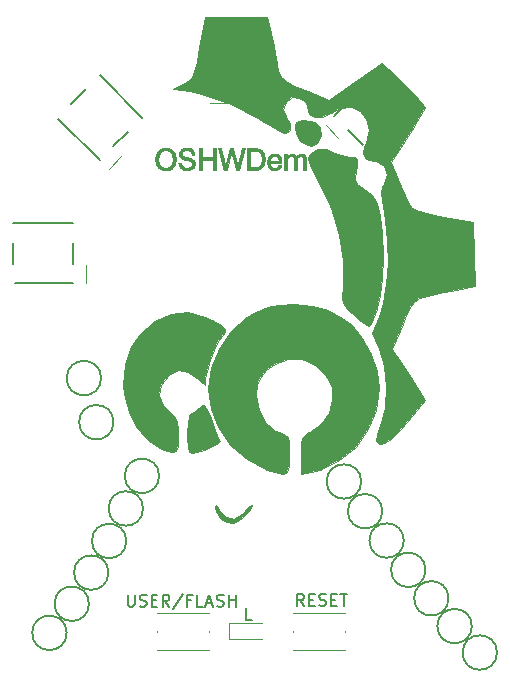
<source format=gto>
G04 #@! TF.GenerationSoftware,KiCad,Pcbnew,no-vcs-found-b8c621a~59~ubuntu16.04.1*
G04 #@! TF.CreationDate,2017-08-07T13:11:29-06:00*
G04 #@! TF.ProjectId,001,3030312E6B696361645F706362000000,rev?*
G04 #@! TF.SameCoordinates,Original*
G04 #@! TF.FileFunction,Legend,Top*
G04 #@! TF.FilePolarity,Positive*
%FSLAX46Y46*%
G04 Gerber Fmt 4.6, Leading zero omitted, Abs format (unit mm)*
G04 Created by KiCad (PCBNEW no-vcs-found-b8c621a~59~ubuntu16.04.1) date Mon Aug  7 13:11:29 2017*
%MOMM*%
%LPD*%
G01*
G04 APERTURE LIST*
%ADD10C,0.152400*%
%ADD11C,0.010000*%
%ADD12C,0.050000*%
%ADD13C,0.120000*%
G04 APERTURE END LIST*
D10*
X135460180Y-99618899D02*
X135121514Y-99135089D01*
X134879609Y-99618899D02*
X134879609Y-98602899D01*
X135266657Y-98602899D01*
X135363419Y-98651280D01*
X135411800Y-98699660D01*
X135460180Y-98796422D01*
X135460180Y-98941565D01*
X135411800Y-99038327D01*
X135363419Y-99086708D01*
X135266657Y-99135089D01*
X134879609Y-99135089D01*
X135895609Y-99086708D02*
X136234276Y-99086708D01*
X136379419Y-99618899D02*
X135895609Y-99618899D01*
X135895609Y-98602899D01*
X136379419Y-98602899D01*
X136766466Y-99570518D02*
X136911609Y-99618899D01*
X137153514Y-99618899D01*
X137250276Y-99570518D01*
X137298657Y-99522137D01*
X137347038Y-99425375D01*
X137347038Y-99328613D01*
X137298657Y-99231851D01*
X137250276Y-99183470D01*
X137153514Y-99135089D01*
X136959990Y-99086708D01*
X136863228Y-99038327D01*
X136814847Y-98989946D01*
X136766466Y-98893184D01*
X136766466Y-98796422D01*
X136814847Y-98699660D01*
X136863228Y-98651280D01*
X136959990Y-98602899D01*
X137201895Y-98602899D01*
X137347038Y-98651280D01*
X137782466Y-99086708D02*
X138121133Y-99086708D01*
X138266276Y-99618899D02*
X137782466Y-99618899D01*
X137782466Y-98602899D01*
X138266276Y-98602899D01*
X138556561Y-98602899D02*
X139137133Y-98602899D01*
X138846847Y-99618899D02*
X138846847Y-98602899D01*
X120547720Y-98653699D02*
X120547720Y-99476175D01*
X120596100Y-99572937D01*
X120644481Y-99621318D01*
X120741243Y-99669699D01*
X120934767Y-99669699D01*
X121031529Y-99621318D01*
X121079910Y-99572937D01*
X121128291Y-99476175D01*
X121128291Y-98653699D01*
X121563720Y-99621318D02*
X121708862Y-99669699D01*
X121950767Y-99669699D01*
X122047529Y-99621318D01*
X122095910Y-99572937D01*
X122144291Y-99476175D01*
X122144291Y-99379413D01*
X122095910Y-99282651D01*
X122047529Y-99234270D01*
X121950767Y-99185889D01*
X121757243Y-99137508D01*
X121660481Y-99089127D01*
X121612100Y-99040746D01*
X121563720Y-98943984D01*
X121563720Y-98847222D01*
X121612100Y-98750460D01*
X121660481Y-98702080D01*
X121757243Y-98653699D01*
X121999148Y-98653699D01*
X122144291Y-98702080D01*
X122579720Y-99137508D02*
X122918386Y-99137508D01*
X123063529Y-99669699D02*
X122579720Y-99669699D01*
X122579720Y-98653699D01*
X123063529Y-98653699D01*
X124079529Y-99669699D02*
X123740862Y-99185889D01*
X123498958Y-99669699D02*
X123498958Y-98653699D01*
X123886005Y-98653699D01*
X123982767Y-98702080D01*
X124031148Y-98750460D01*
X124079529Y-98847222D01*
X124079529Y-98992365D01*
X124031148Y-99089127D01*
X123982767Y-99137508D01*
X123886005Y-99185889D01*
X123498958Y-99185889D01*
X125240672Y-98605318D02*
X124369815Y-99911603D01*
X125918005Y-99137508D02*
X125579339Y-99137508D01*
X125579339Y-99669699D02*
X125579339Y-98653699D01*
X126063148Y-98653699D01*
X126934005Y-99669699D02*
X126450196Y-99669699D01*
X126450196Y-98653699D01*
X127224291Y-99379413D02*
X127708100Y-99379413D01*
X127127529Y-99669699D02*
X127466196Y-98653699D01*
X127804862Y-99669699D01*
X128095148Y-99621318D02*
X128240291Y-99669699D01*
X128482196Y-99669699D01*
X128578958Y-99621318D01*
X128627339Y-99572937D01*
X128675720Y-99476175D01*
X128675720Y-99379413D01*
X128627339Y-99282651D01*
X128578958Y-99234270D01*
X128482196Y-99185889D01*
X128288672Y-99137508D01*
X128191910Y-99089127D01*
X128143529Y-99040746D01*
X128095148Y-98943984D01*
X128095148Y-98847222D01*
X128143529Y-98750460D01*
X128191910Y-98702080D01*
X128288672Y-98653699D01*
X128530577Y-98653699D01*
X128675720Y-98702080D01*
X129111148Y-99669699D02*
X129111148Y-98653699D01*
X129111148Y-99137508D02*
X129691720Y-99137508D01*
X129691720Y-99669699D02*
X129691720Y-98653699D01*
X131072996Y-100777139D02*
X130589186Y-100777139D01*
X130589186Y-99761139D01*
D11*
G36*
X131282926Y-60881554D02*
X131345200Y-60882386D01*
X131399013Y-60883695D01*
X131445423Y-60885518D01*
X131485487Y-60887895D01*
X131520265Y-60890866D01*
X131550815Y-60894469D01*
X131578196Y-60898744D01*
X131597017Y-60902359D01*
X131686516Y-60925766D01*
X131766454Y-60957139D01*
X131837582Y-60997037D01*
X131900654Y-61046015D01*
X131956421Y-61104632D01*
X132005636Y-61173445D01*
X132036491Y-61227786D01*
X132069453Y-61296260D01*
X132095708Y-61362399D01*
X132115880Y-61428867D01*
X132130596Y-61498328D01*
X132140480Y-61573446D01*
X132146159Y-61656884D01*
X132147579Y-61700901D01*
X132147487Y-61811632D01*
X132141729Y-61912555D01*
X132129980Y-62005387D01*
X132111909Y-62091843D01*
X132087188Y-62173642D01*
X132055490Y-62252500D01*
X132033228Y-62298642D01*
X131983629Y-62383381D01*
X131926988Y-62457552D01*
X131863263Y-62521186D01*
X131792414Y-62574310D01*
X131714399Y-62616954D01*
X131629177Y-62649147D01*
X131536706Y-62670918D01*
X131495286Y-62677012D01*
X131477672Y-62678360D01*
X131448393Y-62679589D01*
X131408484Y-62680684D01*
X131358977Y-62681629D01*
X131300909Y-62682409D01*
X131235313Y-62683007D01*
X131163224Y-62683408D01*
X131085676Y-62683597D01*
X131058702Y-62683610D01*
X130675926Y-62683610D01*
X130676311Y-62467710D01*
X130923620Y-62467710D01*
X131182382Y-62467626D01*
X131248146Y-62467553D01*
X131302655Y-62467342D01*
X131347351Y-62466938D01*
X131383679Y-62466284D01*
X131413083Y-62465325D01*
X131437006Y-62464004D01*
X131456892Y-62462264D01*
X131474185Y-62460051D01*
X131490330Y-62457308D01*
X131500658Y-62455263D01*
X131572525Y-62435070D01*
X131636724Y-62405544D01*
X131693618Y-62366329D01*
X131743575Y-62317068D01*
X131786959Y-62257405D01*
X131824138Y-62186983D01*
X131853501Y-62111413D01*
X131866961Y-62069147D01*
X131877504Y-62030510D01*
X131885460Y-61992981D01*
X131891162Y-61954040D01*
X131894942Y-61911166D01*
X131897132Y-61861839D01*
X131898065Y-61803539D01*
X131898163Y-61772385D01*
X131897817Y-61712293D01*
X131896537Y-61662328D01*
X131894008Y-61619928D01*
X131889916Y-61582535D01*
X131883946Y-61547589D01*
X131875783Y-61512531D01*
X131865113Y-61474802D01*
X131859227Y-61455685D01*
X131843391Y-61412378D01*
X131822472Y-61365489D01*
X131798561Y-61319103D01*
X131773746Y-61277304D01*
X131752478Y-61247118D01*
X131705900Y-61197959D01*
X131650110Y-61157064D01*
X131584807Y-61124249D01*
X131517345Y-61101385D01*
X131504340Y-61097968D01*
X131491556Y-61095137D01*
X131477647Y-61092823D01*
X131461265Y-61090956D01*
X131441061Y-61089469D01*
X131415688Y-61088292D01*
X131383799Y-61087356D01*
X131344045Y-61086592D01*
X131295079Y-61085933D01*
X131235554Y-61085308D01*
X131195082Y-61084930D01*
X130923620Y-61082451D01*
X130923620Y-62467710D01*
X130676311Y-62467710D01*
X130677535Y-61783497D01*
X130679145Y-60883385D01*
X131034745Y-60881519D01*
X131128756Y-60881160D01*
X131211130Y-60881158D01*
X131282926Y-60881554D01*
X131282926Y-60881554D01*
G37*
X131282926Y-60881554D02*
X131345200Y-60882386D01*
X131399013Y-60883695D01*
X131445423Y-60885518D01*
X131485487Y-60887895D01*
X131520265Y-60890866D01*
X131550815Y-60894469D01*
X131578196Y-60898744D01*
X131597017Y-60902359D01*
X131686516Y-60925766D01*
X131766454Y-60957139D01*
X131837582Y-60997037D01*
X131900654Y-61046015D01*
X131956421Y-61104632D01*
X132005636Y-61173445D01*
X132036491Y-61227786D01*
X132069453Y-61296260D01*
X132095708Y-61362399D01*
X132115880Y-61428867D01*
X132130596Y-61498328D01*
X132140480Y-61573446D01*
X132146159Y-61656884D01*
X132147579Y-61700901D01*
X132147487Y-61811632D01*
X132141729Y-61912555D01*
X132129980Y-62005387D01*
X132111909Y-62091843D01*
X132087188Y-62173642D01*
X132055490Y-62252500D01*
X132033228Y-62298642D01*
X131983629Y-62383381D01*
X131926988Y-62457552D01*
X131863263Y-62521186D01*
X131792414Y-62574310D01*
X131714399Y-62616954D01*
X131629177Y-62649147D01*
X131536706Y-62670918D01*
X131495286Y-62677012D01*
X131477672Y-62678360D01*
X131448393Y-62679589D01*
X131408484Y-62680684D01*
X131358977Y-62681629D01*
X131300909Y-62682409D01*
X131235313Y-62683007D01*
X131163224Y-62683408D01*
X131085676Y-62683597D01*
X131058702Y-62683610D01*
X130675926Y-62683610D01*
X130676311Y-62467710D01*
X130923620Y-62467710D01*
X131182382Y-62467626D01*
X131248146Y-62467553D01*
X131302655Y-62467342D01*
X131347351Y-62466938D01*
X131383679Y-62466284D01*
X131413083Y-62465325D01*
X131437006Y-62464004D01*
X131456892Y-62462264D01*
X131474185Y-62460051D01*
X131490330Y-62457308D01*
X131500658Y-62455263D01*
X131572525Y-62435070D01*
X131636724Y-62405544D01*
X131693618Y-62366329D01*
X131743575Y-62317068D01*
X131786959Y-62257405D01*
X131824138Y-62186983D01*
X131853501Y-62111413D01*
X131866961Y-62069147D01*
X131877504Y-62030510D01*
X131885460Y-61992981D01*
X131891162Y-61954040D01*
X131894942Y-61911166D01*
X131897132Y-61861839D01*
X131898065Y-61803539D01*
X131898163Y-61772385D01*
X131897817Y-61712293D01*
X131896537Y-61662328D01*
X131894008Y-61619928D01*
X131889916Y-61582535D01*
X131883946Y-61547589D01*
X131875783Y-61512531D01*
X131865113Y-61474802D01*
X131859227Y-61455685D01*
X131843391Y-61412378D01*
X131822472Y-61365489D01*
X131798561Y-61319103D01*
X131773746Y-61277304D01*
X131752478Y-61247118D01*
X131705900Y-61197959D01*
X131650110Y-61157064D01*
X131584807Y-61124249D01*
X131517345Y-61101385D01*
X131504340Y-61097968D01*
X131491556Y-61095137D01*
X131477647Y-61092823D01*
X131461265Y-61090956D01*
X131441061Y-61089469D01*
X131415688Y-61088292D01*
X131383799Y-61087356D01*
X131344045Y-61086592D01*
X131295079Y-61085933D01*
X131235554Y-61085308D01*
X131195082Y-61084930D01*
X130923620Y-61082451D01*
X130923620Y-62467710D01*
X130676311Y-62467710D01*
X130677535Y-61783497D01*
X130679145Y-60883385D01*
X131034745Y-60881519D01*
X131128756Y-60881160D01*
X131211130Y-60881158D01*
X131282926Y-60881554D01*
G36*
X135260670Y-61345879D02*
X135295467Y-61348171D01*
X135329655Y-61351673D01*
X135359045Y-61355885D01*
X135377703Y-61359808D01*
X135442937Y-61384007D01*
X135501036Y-61418456D01*
X135551267Y-61462435D01*
X135592894Y-61515224D01*
X135625184Y-61576104D01*
X135639967Y-61616858D01*
X135641908Y-61624192D01*
X135643613Y-61633246D01*
X135645101Y-61644876D01*
X135646392Y-61659937D01*
X135647506Y-61679284D01*
X135648463Y-61703773D01*
X135649281Y-61734258D01*
X135649982Y-61771595D01*
X135650584Y-61816640D01*
X135651108Y-61870247D01*
X135651572Y-61933273D01*
X135651998Y-62006572D01*
X135652404Y-62090999D01*
X135652743Y-62170847D01*
X135654859Y-62689960D01*
X135432120Y-62689960D01*
X135432120Y-62218219D01*
X135432113Y-62125815D01*
X135432053Y-62045189D01*
X135431882Y-61975416D01*
X135431543Y-61915572D01*
X135430977Y-61864736D01*
X135430126Y-61821983D01*
X135428932Y-61786390D01*
X135427336Y-61757034D01*
X135425282Y-61732991D01*
X135422709Y-61713339D01*
X135419562Y-61697153D01*
X135415781Y-61683511D01*
X135411308Y-61671489D01*
X135406086Y-61660163D01*
X135400056Y-61648612D01*
X135395791Y-61640757D01*
X135369888Y-61602970D01*
X135337810Y-61574422D01*
X135298475Y-61554572D01*
X135250799Y-61542882D01*
X135193698Y-61538813D01*
X135190820Y-61538800D01*
X135125120Y-61542354D01*
X135068259Y-61553668D01*
X135018589Y-61573338D01*
X134974460Y-61601964D01*
X134946147Y-61627485D01*
X134909248Y-61673190D01*
X134879663Y-61727359D01*
X134863100Y-61772385D01*
X134860877Y-61780719D01*
X134858951Y-61790339D01*
X134857292Y-61802199D01*
X134855876Y-61817254D01*
X134854675Y-61836457D01*
X134853661Y-61860763D01*
X134852807Y-61891127D01*
X134852088Y-61928503D01*
X134851475Y-61973845D01*
X134850941Y-62028108D01*
X134850460Y-62092247D01*
X134850005Y-62167215D01*
X134849567Y-62250222D01*
X134847352Y-62689960D01*
X134632020Y-62689960D01*
X134631967Y-62256572D01*
X134631866Y-62180103D01*
X134631592Y-62106602D01*
X134631159Y-62037233D01*
X134630583Y-61973163D01*
X134629878Y-61915555D01*
X134629060Y-61865574D01*
X134628144Y-61824386D01*
X134627144Y-61793156D01*
X134626076Y-61773047D01*
X134625684Y-61768810D01*
X134614913Y-61706513D01*
X134597760Y-61654911D01*
X134573636Y-61613398D01*
X134541954Y-61581367D01*
X134502127Y-61558212D01*
X134453567Y-61543327D01*
X134400402Y-61536397D01*
X134341708Y-61537419D01*
X134283099Y-61547500D01*
X134229342Y-61565750D01*
X134220093Y-61570057D01*
X134182188Y-61594163D01*
X134145516Y-61627658D01*
X134113114Y-61667361D01*
X134089698Y-61706611D01*
X134081897Y-61722650D01*
X134075136Y-61737514D01*
X134069340Y-61752203D01*
X134064436Y-61767719D01*
X134060348Y-61785061D01*
X134057002Y-61805231D01*
X134054322Y-61829230D01*
X134052235Y-61858058D01*
X134050665Y-61892716D01*
X134049537Y-61934206D01*
X134048778Y-61983527D01*
X134048312Y-62041681D01*
X134048065Y-62109669D01*
X134047961Y-62188491D01*
X134047930Y-62266097D01*
X134047820Y-62689960D01*
X133825570Y-62689960D01*
X133825570Y-61381860D01*
X134034780Y-61381860D01*
X134036537Y-61474166D01*
X134038295Y-61566472D01*
X134066870Y-61527048D01*
X134105115Y-61483120D01*
X134152935Y-61442193D01*
X134207238Y-61406332D01*
X134264933Y-61377603D01*
X134317695Y-61359422D01*
X134339877Y-61354992D01*
X134370366Y-61350868D01*
X134404769Y-61347569D01*
X134431995Y-61345881D01*
X134497466Y-61345776D01*
X134554170Y-61352270D01*
X134604610Y-61366111D01*
X134651289Y-61388043D01*
X134696709Y-61418815D01*
X134708697Y-61428419D01*
X134732280Y-61449668D01*
X134755454Y-61473521D01*
X134773550Y-61495138D01*
X134774886Y-61496970D01*
X134788189Y-61515369D01*
X134798891Y-61529858D01*
X134804334Y-61536880D01*
X134810715Y-61535217D01*
X134824032Y-61526045D01*
X134842280Y-61510872D01*
X134857700Y-61496742D01*
X134917992Y-61444770D01*
X134977919Y-61404517D01*
X135039494Y-61375229D01*
X135104734Y-61356152D01*
X135175654Y-61346532D01*
X135254271Y-61345612D01*
X135260670Y-61345879D01*
X135260670Y-61345879D01*
G37*
X135260670Y-61345879D02*
X135295467Y-61348171D01*
X135329655Y-61351673D01*
X135359045Y-61355885D01*
X135377703Y-61359808D01*
X135442937Y-61384007D01*
X135501036Y-61418456D01*
X135551267Y-61462435D01*
X135592894Y-61515224D01*
X135625184Y-61576104D01*
X135639967Y-61616858D01*
X135641908Y-61624192D01*
X135643613Y-61633246D01*
X135645101Y-61644876D01*
X135646392Y-61659937D01*
X135647506Y-61679284D01*
X135648463Y-61703773D01*
X135649281Y-61734258D01*
X135649982Y-61771595D01*
X135650584Y-61816640D01*
X135651108Y-61870247D01*
X135651572Y-61933273D01*
X135651998Y-62006572D01*
X135652404Y-62090999D01*
X135652743Y-62170847D01*
X135654859Y-62689960D01*
X135432120Y-62689960D01*
X135432120Y-62218219D01*
X135432113Y-62125815D01*
X135432053Y-62045189D01*
X135431882Y-61975416D01*
X135431543Y-61915572D01*
X135430977Y-61864736D01*
X135430126Y-61821983D01*
X135428932Y-61786390D01*
X135427336Y-61757034D01*
X135425282Y-61732991D01*
X135422709Y-61713339D01*
X135419562Y-61697153D01*
X135415781Y-61683511D01*
X135411308Y-61671489D01*
X135406086Y-61660163D01*
X135400056Y-61648612D01*
X135395791Y-61640757D01*
X135369888Y-61602970D01*
X135337810Y-61574422D01*
X135298475Y-61554572D01*
X135250799Y-61542882D01*
X135193698Y-61538813D01*
X135190820Y-61538800D01*
X135125120Y-61542354D01*
X135068259Y-61553668D01*
X135018589Y-61573338D01*
X134974460Y-61601964D01*
X134946147Y-61627485D01*
X134909248Y-61673190D01*
X134879663Y-61727359D01*
X134863100Y-61772385D01*
X134860877Y-61780719D01*
X134858951Y-61790339D01*
X134857292Y-61802199D01*
X134855876Y-61817254D01*
X134854675Y-61836457D01*
X134853661Y-61860763D01*
X134852807Y-61891127D01*
X134852088Y-61928503D01*
X134851475Y-61973845D01*
X134850941Y-62028108D01*
X134850460Y-62092247D01*
X134850005Y-62167215D01*
X134849567Y-62250222D01*
X134847352Y-62689960D01*
X134632020Y-62689960D01*
X134631967Y-62256572D01*
X134631866Y-62180103D01*
X134631592Y-62106602D01*
X134631159Y-62037233D01*
X134630583Y-61973163D01*
X134629878Y-61915555D01*
X134629060Y-61865574D01*
X134628144Y-61824386D01*
X134627144Y-61793156D01*
X134626076Y-61773047D01*
X134625684Y-61768810D01*
X134614913Y-61706513D01*
X134597760Y-61654911D01*
X134573636Y-61613398D01*
X134541954Y-61581367D01*
X134502127Y-61558212D01*
X134453567Y-61543327D01*
X134400402Y-61536397D01*
X134341708Y-61537419D01*
X134283099Y-61547500D01*
X134229342Y-61565750D01*
X134220093Y-61570057D01*
X134182188Y-61594163D01*
X134145516Y-61627658D01*
X134113114Y-61667361D01*
X134089698Y-61706611D01*
X134081897Y-61722650D01*
X134075136Y-61737514D01*
X134069340Y-61752203D01*
X134064436Y-61767719D01*
X134060348Y-61785061D01*
X134057002Y-61805231D01*
X134054322Y-61829230D01*
X134052235Y-61858058D01*
X134050665Y-61892716D01*
X134049537Y-61934206D01*
X134048778Y-61983527D01*
X134048312Y-62041681D01*
X134048065Y-62109669D01*
X134047961Y-62188491D01*
X134047930Y-62266097D01*
X134047820Y-62689960D01*
X133825570Y-62689960D01*
X133825570Y-61381860D01*
X134034780Y-61381860D01*
X134036537Y-61474166D01*
X134038295Y-61566472D01*
X134066870Y-61527048D01*
X134105115Y-61483120D01*
X134152935Y-61442193D01*
X134207238Y-61406332D01*
X134264933Y-61377603D01*
X134317695Y-61359422D01*
X134339877Y-61354992D01*
X134370366Y-61350868D01*
X134404769Y-61347569D01*
X134431995Y-61345881D01*
X134497466Y-61345776D01*
X134554170Y-61352270D01*
X134604610Y-61366111D01*
X134651289Y-61388043D01*
X134696709Y-61418815D01*
X134708697Y-61428419D01*
X134732280Y-61449668D01*
X134755454Y-61473521D01*
X134773550Y-61495138D01*
X134774886Y-61496970D01*
X134788189Y-61515369D01*
X134798891Y-61529858D01*
X134804334Y-61536880D01*
X134810715Y-61535217D01*
X134824032Y-61526045D01*
X134842280Y-61510872D01*
X134857700Y-61496742D01*
X134917992Y-61444770D01*
X134977919Y-61404517D01*
X135039494Y-61375229D01*
X135104734Y-61356152D01*
X135175654Y-61346532D01*
X135254271Y-61345612D01*
X135260670Y-61345879D01*
G36*
X130462793Y-60910372D02*
X130459799Y-60921283D01*
X130453856Y-60943305D01*
X130445186Y-60975603D01*
X130434011Y-61017342D01*
X130420553Y-61067688D01*
X130405035Y-61125805D01*
X130387677Y-61190859D01*
X130368704Y-61262014D01*
X130348335Y-61338436D01*
X130326795Y-61419290D01*
X130304304Y-61503740D01*
X130281085Y-61590952D01*
X130257360Y-61680091D01*
X130233351Y-61770322D01*
X130209280Y-61860810D01*
X130185370Y-61950721D01*
X130161842Y-62039218D01*
X130138918Y-62125468D01*
X130116821Y-62208636D01*
X130095772Y-62287885D01*
X130075994Y-62362382D01*
X130057709Y-62431292D01*
X130041139Y-62493780D01*
X130026506Y-62549010D01*
X130014032Y-62596148D01*
X130003939Y-62634359D01*
X129996450Y-62662808D01*
X129991786Y-62680660D01*
X129990170Y-62687080D01*
X129990170Y-62687082D01*
X129984145Y-62687975D01*
X129967365Y-62688591D01*
X129941774Y-62688908D01*
X129909315Y-62688904D01*
X129871929Y-62688554D01*
X129868670Y-62688509D01*
X129747170Y-62686785D01*
X129540197Y-61939274D01*
X129514006Y-61844856D01*
X129488713Y-61754011D01*
X129464527Y-61667470D01*
X129441654Y-61585966D01*
X129420305Y-61510230D01*
X129400687Y-61440993D01*
X129383009Y-61378987D01*
X129367480Y-61324944D01*
X129354308Y-61279595D01*
X129343701Y-61243673D01*
X129335868Y-61217908D01*
X129331018Y-61203032D01*
X129329394Y-61199499D01*
X129327286Y-61206506D01*
X129322092Y-61225021D01*
X129314015Y-61254288D01*
X129303262Y-61293549D01*
X129290038Y-61342046D01*
X129274548Y-61399024D01*
X129256999Y-61463724D01*
X129237594Y-61535389D01*
X129216541Y-61613262D01*
X129194044Y-61696586D01*
X129170308Y-61784603D01*
X129145539Y-61876557D01*
X129126154Y-61948597D01*
X128926744Y-62689960D01*
X128682424Y-62689960D01*
X128673023Y-62656622D01*
X128669373Y-62643219D01*
X128662882Y-62618857D01*
X128653768Y-62584375D01*
X128642250Y-62540614D01*
X128628546Y-62488412D01*
X128612875Y-62428611D01*
X128595456Y-62362049D01*
X128576506Y-62289566D01*
X128556245Y-62212001D01*
X128534892Y-62130196D01*
X128512664Y-62044989D01*
X128489781Y-61957220D01*
X128466461Y-61867729D01*
X128442924Y-61777355D01*
X128419386Y-61686939D01*
X128396068Y-61597319D01*
X128373187Y-61509336D01*
X128350962Y-61423830D01*
X128329613Y-61341640D01*
X128309356Y-61263606D01*
X128290412Y-61190568D01*
X128272999Y-61123364D01*
X128257335Y-61062836D01*
X128243639Y-61009823D01*
X128232130Y-60965164D01*
X128223026Y-60929700D01*
X128216546Y-60904269D01*
X128212908Y-60889713D01*
X128212170Y-60886451D01*
X128218470Y-60883932D01*
X128237226Y-60882248D01*
X128268221Y-60881408D01*
X128311238Y-60881420D01*
X128331182Y-60881657D01*
X128450194Y-60883385D01*
X128634100Y-61609680D01*
X128665937Y-61735166D01*
X128694791Y-61848369D01*
X128720678Y-61949350D01*
X128743612Y-62038166D01*
X128763610Y-62114878D01*
X128780687Y-62179543D01*
X128794859Y-62232221D01*
X128806142Y-62272971D01*
X128814550Y-62301852D01*
X128820100Y-62318923D01*
X128822807Y-62324243D01*
X128822959Y-62324055D01*
X128824987Y-62316981D01*
X128829999Y-62298563D01*
X128837748Y-62269742D01*
X128847984Y-62231455D01*
X128860461Y-62184642D01*
X128874929Y-62130242D01*
X128891141Y-62069194D01*
X128908849Y-62002436D01*
X128927805Y-61930908D01*
X128947760Y-61855548D01*
X128968466Y-61777296D01*
X128989676Y-61697090D01*
X129011141Y-61615869D01*
X129032613Y-61534572D01*
X129053844Y-61454138D01*
X129074586Y-61375505D01*
X129094591Y-61299614D01*
X129113610Y-61227402D01*
X129131397Y-61159809D01*
X129147702Y-61097773D01*
X129162277Y-61042234D01*
X129174875Y-60994130D01*
X129185247Y-60954400D01*
X129193145Y-60923984D01*
X129198322Y-60903819D01*
X129199862Y-60897672D01*
X129204146Y-60880210D01*
X129332059Y-60880210D01*
X129459972Y-60880209D01*
X129656808Y-61600447D01*
X129682189Y-61693137D01*
X129706681Y-61782238D01*
X129730075Y-61867001D01*
X129752161Y-61946682D01*
X129772729Y-62020534D01*
X129791568Y-62087809D01*
X129808468Y-62147762D01*
X129823220Y-62199647D01*
X129835613Y-62242717D01*
X129845438Y-62276225D01*
X129852483Y-62299426D01*
X129856539Y-62311572D01*
X129857456Y-62313234D01*
X129859555Y-62306243D01*
X129864710Y-62287752D01*
X129872711Y-62258533D01*
X129883351Y-62219359D01*
X129896423Y-62171004D01*
X129911717Y-62114240D01*
X129929027Y-62049841D01*
X129948144Y-61978580D01*
X129968860Y-61901229D01*
X129990969Y-61818563D01*
X130014260Y-61731353D01*
X130038528Y-61640373D01*
X130051131Y-61593080D01*
X130240995Y-60880375D01*
X130471379Y-60880209D01*
X130462793Y-60910372D01*
X130462793Y-60910372D01*
G37*
X130462793Y-60910372D02*
X130459799Y-60921283D01*
X130453856Y-60943305D01*
X130445186Y-60975603D01*
X130434011Y-61017342D01*
X130420553Y-61067688D01*
X130405035Y-61125805D01*
X130387677Y-61190859D01*
X130368704Y-61262014D01*
X130348335Y-61338436D01*
X130326795Y-61419290D01*
X130304304Y-61503740D01*
X130281085Y-61590952D01*
X130257360Y-61680091D01*
X130233351Y-61770322D01*
X130209280Y-61860810D01*
X130185370Y-61950721D01*
X130161842Y-62039218D01*
X130138918Y-62125468D01*
X130116821Y-62208636D01*
X130095772Y-62287885D01*
X130075994Y-62362382D01*
X130057709Y-62431292D01*
X130041139Y-62493780D01*
X130026506Y-62549010D01*
X130014032Y-62596148D01*
X130003939Y-62634359D01*
X129996450Y-62662808D01*
X129991786Y-62680660D01*
X129990170Y-62687080D01*
X129990170Y-62687082D01*
X129984145Y-62687975D01*
X129967365Y-62688591D01*
X129941774Y-62688908D01*
X129909315Y-62688904D01*
X129871929Y-62688554D01*
X129868670Y-62688509D01*
X129747170Y-62686785D01*
X129540197Y-61939274D01*
X129514006Y-61844856D01*
X129488713Y-61754011D01*
X129464527Y-61667470D01*
X129441654Y-61585966D01*
X129420305Y-61510230D01*
X129400687Y-61440993D01*
X129383009Y-61378987D01*
X129367480Y-61324944D01*
X129354308Y-61279595D01*
X129343701Y-61243673D01*
X129335868Y-61217908D01*
X129331018Y-61203032D01*
X129329394Y-61199499D01*
X129327286Y-61206506D01*
X129322092Y-61225021D01*
X129314015Y-61254288D01*
X129303262Y-61293549D01*
X129290038Y-61342046D01*
X129274548Y-61399024D01*
X129256999Y-61463724D01*
X129237594Y-61535389D01*
X129216541Y-61613262D01*
X129194044Y-61696586D01*
X129170308Y-61784603D01*
X129145539Y-61876557D01*
X129126154Y-61948597D01*
X128926744Y-62689960D01*
X128682424Y-62689960D01*
X128673023Y-62656622D01*
X128669373Y-62643219D01*
X128662882Y-62618857D01*
X128653768Y-62584375D01*
X128642250Y-62540614D01*
X128628546Y-62488412D01*
X128612875Y-62428611D01*
X128595456Y-62362049D01*
X128576506Y-62289566D01*
X128556245Y-62212001D01*
X128534892Y-62130196D01*
X128512664Y-62044989D01*
X128489781Y-61957220D01*
X128466461Y-61867729D01*
X128442924Y-61777355D01*
X128419386Y-61686939D01*
X128396068Y-61597319D01*
X128373187Y-61509336D01*
X128350962Y-61423830D01*
X128329613Y-61341640D01*
X128309356Y-61263606D01*
X128290412Y-61190568D01*
X128272999Y-61123364D01*
X128257335Y-61062836D01*
X128243639Y-61009823D01*
X128232130Y-60965164D01*
X128223026Y-60929700D01*
X128216546Y-60904269D01*
X128212908Y-60889713D01*
X128212170Y-60886451D01*
X128218470Y-60883932D01*
X128237226Y-60882248D01*
X128268221Y-60881408D01*
X128311238Y-60881420D01*
X128331182Y-60881657D01*
X128450194Y-60883385D01*
X128634100Y-61609680D01*
X128665937Y-61735166D01*
X128694791Y-61848369D01*
X128720678Y-61949350D01*
X128743612Y-62038166D01*
X128763610Y-62114878D01*
X128780687Y-62179543D01*
X128794859Y-62232221D01*
X128806142Y-62272971D01*
X128814550Y-62301852D01*
X128820100Y-62318923D01*
X128822807Y-62324243D01*
X128822959Y-62324055D01*
X128824987Y-62316981D01*
X128829999Y-62298563D01*
X128837748Y-62269742D01*
X128847984Y-62231455D01*
X128860461Y-62184642D01*
X128874929Y-62130242D01*
X128891141Y-62069194D01*
X128908849Y-62002436D01*
X128927805Y-61930908D01*
X128947760Y-61855548D01*
X128968466Y-61777296D01*
X128989676Y-61697090D01*
X129011141Y-61615869D01*
X129032613Y-61534572D01*
X129053844Y-61454138D01*
X129074586Y-61375505D01*
X129094591Y-61299614D01*
X129113610Y-61227402D01*
X129131397Y-61159809D01*
X129147702Y-61097773D01*
X129162277Y-61042234D01*
X129174875Y-60994130D01*
X129185247Y-60954400D01*
X129193145Y-60923984D01*
X129198322Y-60903819D01*
X129199862Y-60897672D01*
X129204146Y-60880210D01*
X129332059Y-60880210D01*
X129459972Y-60880209D01*
X129656808Y-61600447D01*
X129682189Y-61693137D01*
X129706681Y-61782238D01*
X129730075Y-61867001D01*
X129752161Y-61946682D01*
X129772729Y-62020534D01*
X129791568Y-62087809D01*
X129808468Y-62147762D01*
X129823220Y-62199647D01*
X129835613Y-62242717D01*
X129845438Y-62276225D01*
X129852483Y-62299426D01*
X129856539Y-62311572D01*
X129857456Y-62313234D01*
X129859555Y-62306243D01*
X129864710Y-62287752D01*
X129872711Y-62258533D01*
X129883351Y-62219359D01*
X129896423Y-62171004D01*
X129911717Y-62114240D01*
X129929027Y-62049841D01*
X129948144Y-61978580D01*
X129968860Y-61901229D01*
X129990969Y-61818563D01*
X130014260Y-61731353D01*
X130038528Y-61640373D01*
X130051131Y-61593080D01*
X130240995Y-60880375D01*
X130471379Y-60880209D01*
X130462793Y-60910372D01*
G36*
X126808820Y-61623160D02*
X127754970Y-61623160D01*
X127754970Y-60880210D01*
X128002620Y-60880210D01*
X128002620Y-62689960D01*
X127754970Y-62689960D01*
X127754970Y-61839060D01*
X126808820Y-61839060D01*
X126808820Y-62689960D01*
X126561170Y-62689960D01*
X126561170Y-60880210D01*
X126808820Y-60880210D01*
X126808820Y-61623160D01*
X126808820Y-61623160D01*
G37*
X126808820Y-61623160D02*
X127754970Y-61623160D01*
X127754970Y-60880210D01*
X128002620Y-60880210D01*
X128002620Y-62689960D01*
X127754970Y-62689960D01*
X127754970Y-61839060D01*
X126808820Y-61839060D01*
X126808820Y-62689960D01*
X126561170Y-62689960D01*
X126561170Y-60880210D01*
X126808820Y-60880210D01*
X126808820Y-61623160D01*
G36*
X133017944Y-61339317D02*
X133103218Y-61347034D01*
X133179588Y-61362554D01*
X133248513Y-61386343D01*
X133311450Y-61418861D01*
X133349320Y-61444511D01*
X133388479Y-61479305D01*
X133427234Y-61524243D01*
X133463982Y-61576830D01*
X133497120Y-61634566D01*
X133525044Y-61694953D01*
X133543772Y-61747451D01*
X133549413Y-61766715D01*
X133553729Y-61784075D01*
X133556942Y-61801754D01*
X133559272Y-61821973D01*
X133560939Y-61846955D01*
X133562163Y-61878923D01*
X133563165Y-61920099D01*
X133563722Y-61948597D01*
X133566426Y-62093060D01*
X132604468Y-62093060D01*
X132608429Y-62148622D01*
X132617125Y-62215400D01*
X132633003Y-62279196D01*
X132655231Y-62338381D01*
X132682978Y-62391324D01*
X132715412Y-62436395D01*
X132751702Y-62471964D01*
X132784105Y-62493076D01*
X132817758Y-62509036D01*
X132848478Y-62520384D01*
X132880020Y-62527990D01*
X132916141Y-62532725D01*
X132960596Y-62535459D01*
X132968320Y-62535754D01*
X133034068Y-62535589D01*
X133090174Y-62529606D01*
X133138556Y-62517252D01*
X133181126Y-62497977D01*
X133219802Y-62471228D01*
X133233456Y-62459375D01*
X133269783Y-62420475D01*
X133297031Y-62377641D01*
X133316790Y-62327964D01*
X133326857Y-62288322D01*
X133330511Y-62270860D01*
X133547918Y-62270860D01*
X133543906Y-62304995D01*
X133531909Y-62365631D01*
X133510116Y-62423232D01*
X133477728Y-62479351D01*
X133433943Y-62535543D01*
X133413956Y-62557444D01*
X133355826Y-62611468D01*
X133294093Y-62654025D01*
X133226746Y-62686249D01*
X133151776Y-62709271D01*
X133139770Y-62711996D01*
X133110283Y-62716738D01*
X133071612Y-62720560D01*
X133027216Y-62723352D01*
X132980556Y-62725007D01*
X132935092Y-62725413D01*
X132894286Y-62724461D01*
X132861597Y-62722043D01*
X132854020Y-62721035D01*
X132819258Y-62713911D01*
X132779389Y-62702911D01*
X132738750Y-62689476D01*
X132701676Y-62675048D01*
X132672506Y-62661069D01*
X132670873Y-62660145D01*
X132605899Y-62615621D01*
X132548550Y-62561025D01*
X132498928Y-62496515D01*
X132457132Y-62422249D01*
X132423264Y-62338386D01*
X132397424Y-62245082D01*
X132392653Y-62222434D01*
X132388209Y-62195998D01*
X132384987Y-62166358D01*
X132382840Y-62131129D01*
X132381622Y-62087925D01*
X132381188Y-62035910D01*
X132381269Y-61989194D01*
X132381840Y-61952490D01*
X132383102Y-61923114D01*
X132383785Y-61915260D01*
X132604729Y-61915260D01*
X133330270Y-61915260D01*
X133330270Y-61871825D01*
X133325868Y-61818841D01*
X133313501Y-61764158D01*
X133294423Y-61711129D01*
X133269888Y-61663104D01*
X133241151Y-61623436D01*
X133234698Y-61616480D01*
X133198597Y-61585462D01*
X133157372Y-61561989D01*
X133109488Y-61545552D01*
X133053410Y-61535647D01*
X132987602Y-61531764D01*
X132977845Y-61531674D01*
X132928559Y-61532652D01*
X132888106Y-61536531D01*
X132852804Y-61544062D01*
X132818969Y-61555992D01*
X132788630Y-61570142D01*
X132745958Y-61598373D01*
X132706879Y-61637065D01*
X132672604Y-61684201D01*
X132644340Y-61737769D01*
X132623295Y-61795753D01*
X132610679Y-61856140D01*
X132609186Y-61869222D01*
X132604729Y-61915260D01*
X132383785Y-61915260D01*
X132385254Y-61898380D01*
X132388493Y-61875605D01*
X132393021Y-61852103D01*
X132395755Y-61839575D01*
X132416032Y-61763941D01*
X132441972Y-61691275D01*
X132472616Y-61623425D01*
X132507007Y-61562240D01*
X132544187Y-61509568D01*
X132583197Y-61467259D01*
X132593378Y-61458304D01*
X132654142Y-61415027D01*
X132721598Y-61381518D01*
X132796206Y-61357645D01*
X132878429Y-61343281D01*
X132968728Y-61338294D01*
X133017944Y-61339317D01*
X133017944Y-61339317D01*
G37*
X133017944Y-61339317D02*
X133103218Y-61347034D01*
X133179588Y-61362554D01*
X133248513Y-61386343D01*
X133311450Y-61418861D01*
X133349320Y-61444511D01*
X133388479Y-61479305D01*
X133427234Y-61524243D01*
X133463982Y-61576830D01*
X133497120Y-61634566D01*
X133525044Y-61694953D01*
X133543772Y-61747451D01*
X133549413Y-61766715D01*
X133553729Y-61784075D01*
X133556942Y-61801754D01*
X133559272Y-61821973D01*
X133560939Y-61846955D01*
X133562163Y-61878923D01*
X133563165Y-61920099D01*
X133563722Y-61948597D01*
X133566426Y-62093060D01*
X132604468Y-62093060D01*
X132608429Y-62148622D01*
X132617125Y-62215400D01*
X132633003Y-62279196D01*
X132655231Y-62338381D01*
X132682978Y-62391324D01*
X132715412Y-62436395D01*
X132751702Y-62471964D01*
X132784105Y-62493076D01*
X132817758Y-62509036D01*
X132848478Y-62520384D01*
X132880020Y-62527990D01*
X132916141Y-62532725D01*
X132960596Y-62535459D01*
X132968320Y-62535754D01*
X133034068Y-62535589D01*
X133090174Y-62529606D01*
X133138556Y-62517252D01*
X133181126Y-62497977D01*
X133219802Y-62471228D01*
X133233456Y-62459375D01*
X133269783Y-62420475D01*
X133297031Y-62377641D01*
X133316790Y-62327964D01*
X133326857Y-62288322D01*
X133330511Y-62270860D01*
X133547918Y-62270860D01*
X133543906Y-62304995D01*
X133531909Y-62365631D01*
X133510116Y-62423232D01*
X133477728Y-62479351D01*
X133433943Y-62535543D01*
X133413956Y-62557444D01*
X133355826Y-62611468D01*
X133294093Y-62654025D01*
X133226746Y-62686249D01*
X133151776Y-62709271D01*
X133139770Y-62711996D01*
X133110283Y-62716738D01*
X133071612Y-62720560D01*
X133027216Y-62723352D01*
X132980556Y-62725007D01*
X132935092Y-62725413D01*
X132894286Y-62724461D01*
X132861597Y-62722043D01*
X132854020Y-62721035D01*
X132819258Y-62713911D01*
X132779389Y-62702911D01*
X132738750Y-62689476D01*
X132701676Y-62675048D01*
X132672506Y-62661069D01*
X132670873Y-62660145D01*
X132605899Y-62615621D01*
X132548550Y-62561025D01*
X132498928Y-62496515D01*
X132457132Y-62422249D01*
X132423264Y-62338386D01*
X132397424Y-62245082D01*
X132392653Y-62222434D01*
X132388209Y-62195998D01*
X132384987Y-62166358D01*
X132382840Y-62131129D01*
X132381622Y-62087925D01*
X132381188Y-62035910D01*
X132381269Y-61989194D01*
X132381840Y-61952490D01*
X132383102Y-61923114D01*
X132383785Y-61915260D01*
X132604729Y-61915260D01*
X133330270Y-61915260D01*
X133330270Y-61871825D01*
X133325868Y-61818841D01*
X133313501Y-61764158D01*
X133294423Y-61711129D01*
X133269888Y-61663104D01*
X133241151Y-61623436D01*
X133234698Y-61616480D01*
X133198597Y-61585462D01*
X133157372Y-61561989D01*
X133109488Y-61545552D01*
X133053410Y-61535647D01*
X132987602Y-61531764D01*
X132977845Y-61531674D01*
X132928559Y-61532652D01*
X132888106Y-61536531D01*
X132852804Y-61544062D01*
X132818969Y-61555992D01*
X132788630Y-61570142D01*
X132745958Y-61598373D01*
X132706879Y-61637065D01*
X132672604Y-61684201D01*
X132644340Y-61737769D01*
X132623295Y-61795753D01*
X132610679Y-61856140D01*
X132609186Y-61869222D01*
X132604729Y-61915260D01*
X132383785Y-61915260D01*
X132385254Y-61898380D01*
X132388493Y-61875605D01*
X132393021Y-61852103D01*
X132395755Y-61839575D01*
X132416032Y-61763941D01*
X132441972Y-61691275D01*
X132472616Y-61623425D01*
X132507007Y-61562240D01*
X132544187Y-61509568D01*
X132583197Y-61467259D01*
X132593378Y-61458304D01*
X132654142Y-61415027D01*
X132721598Y-61381518D01*
X132796206Y-61357645D01*
X132878429Y-61343281D01*
X132968728Y-61338294D01*
X133017944Y-61339317D01*
G36*
X125611771Y-60837948D02*
X125707092Y-60846866D01*
X125793620Y-60864619D01*
X125871662Y-60891358D01*
X125941524Y-60927234D01*
X126003512Y-60972398D01*
X126057933Y-61027000D01*
X126105093Y-61091191D01*
X126136776Y-61147498D01*
X126158324Y-61198416D01*
X126176005Y-61255619D01*
X126188364Y-61313604D01*
X126193777Y-61362810D01*
X126196045Y-61410435D01*
X125961095Y-61410435D01*
X125957036Y-61365985D01*
X125944941Y-61300488D01*
X125921150Y-61239866D01*
X125885827Y-61184451D01*
X125845767Y-61140661D01*
X125810233Y-61111079D01*
X125772618Y-61088106D01*
X125729133Y-61069736D01*
X125688045Y-61057133D01*
X125653173Y-61050233D01*
X125609442Y-61045412D01*
X125560426Y-61042708D01*
X125509702Y-61042164D01*
X125460843Y-61043819D01*
X125417425Y-61047714D01*
X125383882Y-61053674D01*
X125318272Y-61075285D01*
X125262463Y-61104849D01*
X125216546Y-61142273D01*
X125180610Y-61187467D01*
X125154746Y-61240338D01*
X125139044Y-61300794D01*
X125138743Y-61302653D01*
X125135953Y-61357180D01*
X125144810Y-61408840D01*
X125164572Y-61456156D01*
X125194496Y-61497653D01*
X125233838Y-61531856D01*
X125262595Y-61548731D01*
X125300961Y-61565302D01*
X125350575Y-61582696D01*
X125410041Y-61600526D01*
X125477964Y-61618404D01*
X125552950Y-61635942D01*
X125633602Y-61652751D01*
X125643595Y-61654700D01*
X125720784Y-61670544D01*
X125787605Y-61686380D01*
X125846367Y-61702985D01*
X125899377Y-61721134D01*
X125948943Y-61741604D01*
X125997373Y-61765170D01*
X126037295Y-61787027D01*
X126096308Y-61827665D01*
X126145802Y-61876486D01*
X126185574Y-61933042D01*
X126215418Y-61996881D01*
X126235131Y-62067556D01*
X126244509Y-62144616D01*
X126243348Y-62227612D01*
X126242422Y-62238709D01*
X126229132Y-62318639D01*
X126204599Y-62393112D01*
X126169272Y-62461623D01*
X126123601Y-62523669D01*
X126068036Y-62578747D01*
X126003026Y-62626354D01*
X125929022Y-62665987D01*
X125846474Y-62697142D01*
X125827643Y-62702688D01*
X125776965Y-62714186D01*
X125717100Y-62723282D01*
X125651376Y-62729742D01*
X125583121Y-62733332D01*
X125515661Y-62733817D01*
X125452324Y-62730964D01*
X125440395Y-62729967D01*
X125407794Y-62725863D01*
X125368089Y-62719181D01*
X125326366Y-62710906D01*
X125287709Y-62702029D01*
X125264740Y-62695850D01*
X125184586Y-62666530D01*
X125113033Y-62628098D01*
X125049396Y-62580107D01*
X124992991Y-62522110D01*
X124986127Y-62513778D01*
X124939696Y-62448360D01*
X124903262Y-62378755D01*
X124876238Y-62303413D01*
X124858041Y-62220782D01*
X124849725Y-62151797D01*
X124845348Y-62099410D01*
X125079737Y-62099410D01*
X125083557Y-62148943D01*
X125094950Y-62220581D01*
X125117340Y-62286209D01*
X125150275Y-62345309D01*
X125193301Y-62397365D01*
X125245965Y-62441857D01*
X125307812Y-62478268D01*
X125378390Y-62506081D01*
X125402295Y-62512961D01*
X125449103Y-62522227D01*
X125504024Y-62528099D01*
X125562908Y-62530488D01*
X125621605Y-62529310D01*
X125675967Y-62524477D01*
X125707095Y-62519318D01*
X125778377Y-62499589D01*
X125840628Y-62471860D01*
X125893457Y-62436553D01*
X125936474Y-62394091D01*
X125969287Y-62344897D01*
X125991506Y-62289394D01*
X126002740Y-62228005D01*
X126004112Y-62197835D01*
X125999401Y-62139906D01*
X125984512Y-62089403D01*
X125959219Y-62045859D01*
X125923292Y-62008804D01*
X125905445Y-61995386D01*
X125872565Y-61976624D01*
X125827609Y-61957163D01*
X125771170Y-61937185D01*
X125703841Y-61916872D01*
X125626216Y-61896406D01*
X125538887Y-61875970D01*
X125468970Y-61861098D01*
X125393493Y-61844426D01*
X125327477Y-61826961D01*
X125267683Y-61807644D01*
X125210875Y-61785412D01*
X125153816Y-61759204D01*
X125145120Y-61754906D01*
X125085158Y-61721521D01*
X125036414Y-61686306D01*
X124997414Y-61647910D01*
X124966684Y-61604985D01*
X124952572Y-61578534D01*
X124925587Y-61507779D01*
X124909828Y-61432941D01*
X124905383Y-61356039D01*
X124912338Y-61279092D01*
X124930782Y-61204120D01*
X124935685Y-61190009D01*
X124962220Y-61129418D01*
X124996211Y-61074454D01*
X125040030Y-61021353D01*
X125045987Y-61015005D01*
X125099653Y-60965285D01*
X125158315Y-60924342D01*
X125223059Y-60891757D01*
X125294972Y-60867113D01*
X125375141Y-60849993D01*
X125464652Y-60839979D01*
X125507351Y-60837714D01*
X125611771Y-60837948D01*
X125611771Y-60837948D01*
G37*
X125611771Y-60837948D02*
X125707092Y-60846866D01*
X125793620Y-60864619D01*
X125871662Y-60891358D01*
X125941524Y-60927234D01*
X126003512Y-60972398D01*
X126057933Y-61027000D01*
X126105093Y-61091191D01*
X126136776Y-61147498D01*
X126158324Y-61198416D01*
X126176005Y-61255619D01*
X126188364Y-61313604D01*
X126193777Y-61362810D01*
X126196045Y-61410435D01*
X125961095Y-61410435D01*
X125957036Y-61365985D01*
X125944941Y-61300488D01*
X125921150Y-61239866D01*
X125885827Y-61184451D01*
X125845767Y-61140661D01*
X125810233Y-61111079D01*
X125772618Y-61088106D01*
X125729133Y-61069736D01*
X125688045Y-61057133D01*
X125653173Y-61050233D01*
X125609442Y-61045412D01*
X125560426Y-61042708D01*
X125509702Y-61042164D01*
X125460843Y-61043819D01*
X125417425Y-61047714D01*
X125383882Y-61053674D01*
X125318272Y-61075285D01*
X125262463Y-61104849D01*
X125216546Y-61142273D01*
X125180610Y-61187467D01*
X125154746Y-61240338D01*
X125139044Y-61300794D01*
X125138743Y-61302653D01*
X125135953Y-61357180D01*
X125144810Y-61408840D01*
X125164572Y-61456156D01*
X125194496Y-61497653D01*
X125233838Y-61531856D01*
X125262595Y-61548731D01*
X125300961Y-61565302D01*
X125350575Y-61582696D01*
X125410041Y-61600526D01*
X125477964Y-61618404D01*
X125552950Y-61635942D01*
X125633602Y-61652751D01*
X125643595Y-61654700D01*
X125720784Y-61670544D01*
X125787605Y-61686380D01*
X125846367Y-61702985D01*
X125899377Y-61721134D01*
X125948943Y-61741604D01*
X125997373Y-61765170D01*
X126037295Y-61787027D01*
X126096308Y-61827665D01*
X126145802Y-61876486D01*
X126185574Y-61933042D01*
X126215418Y-61996881D01*
X126235131Y-62067556D01*
X126244509Y-62144616D01*
X126243348Y-62227612D01*
X126242422Y-62238709D01*
X126229132Y-62318639D01*
X126204599Y-62393112D01*
X126169272Y-62461623D01*
X126123601Y-62523669D01*
X126068036Y-62578747D01*
X126003026Y-62626354D01*
X125929022Y-62665987D01*
X125846474Y-62697142D01*
X125827643Y-62702688D01*
X125776965Y-62714186D01*
X125717100Y-62723282D01*
X125651376Y-62729742D01*
X125583121Y-62733332D01*
X125515661Y-62733817D01*
X125452324Y-62730964D01*
X125440395Y-62729967D01*
X125407794Y-62725863D01*
X125368089Y-62719181D01*
X125326366Y-62710906D01*
X125287709Y-62702029D01*
X125264740Y-62695850D01*
X125184586Y-62666530D01*
X125113033Y-62628098D01*
X125049396Y-62580107D01*
X124992991Y-62522110D01*
X124986127Y-62513778D01*
X124939696Y-62448360D01*
X124903262Y-62378755D01*
X124876238Y-62303413D01*
X124858041Y-62220782D01*
X124849725Y-62151797D01*
X124845348Y-62099410D01*
X125079737Y-62099410D01*
X125083557Y-62148943D01*
X125094950Y-62220581D01*
X125117340Y-62286209D01*
X125150275Y-62345309D01*
X125193301Y-62397365D01*
X125245965Y-62441857D01*
X125307812Y-62478268D01*
X125378390Y-62506081D01*
X125402295Y-62512961D01*
X125449103Y-62522227D01*
X125504024Y-62528099D01*
X125562908Y-62530488D01*
X125621605Y-62529310D01*
X125675967Y-62524477D01*
X125707095Y-62519318D01*
X125778377Y-62499589D01*
X125840628Y-62471860D01*
X125893457Y-62436553D01*
X125936474Y-62394091D01*
X125969287Y-62344897D01*
X125991506Y-62289394D01*
X126002740Y-62228005D01*
X126004112Y-62197835D01*
X125999401Y-62139906D01*
X125984512Y-62089403D01*
X125959219Y-62045859D01*
X125923292Y-62008804D01*
X125905445Y-61995386D01*
X125872565Y-61976624D01*
X125827609Y-61957163D01*
X125771170Y-61937185D01*
X125703841Y-61916872D01*
X125626216Y-61896406D01*
X125538887Y-61875970D01*
X125468970Y-61861098D01*
X125393493Y-61844426D01*
X125327477Y-61826961D01*
X125267683Y-61807644D01*
X125210875Y-61785412D01*
X125153816Y-61759204D01*
X125145120Y-61754906D01*
X125085158Y-61721521D01*
X125036414Y-61686306D01*
X124997414Y-61647910D01*
X124966684Y-61604985D01*
X124952572Y-61578534D01*
X124925587Y-61507779D01*
X124909828Y-61432941D01*
X124905383Y-61356039D01*
X124912338Y-61279092D01*
X124930782Y-61204120D01*
X124935685Y-61190009D01*
X124962220Y-61129418D01*
X124996211Y-61074454D01*
X125040030Y-61021353D01*
X125045987Y-61015005D01*
X125099653Y-60965285D01*
X125158315Y-60924342D01*
X125223059Y-60891757D01*
X125294972Y-60867113D01*
X125375141Y-60849993D01*
X125464652Y-60839979D01*
X125507351Y-60837714D01*
X125611771Y-60837948D01*
G36*
X123869418Y-60840763D02*
X123973453Y-60855805D01*
X124069847Y-60880929D01*
X124158701Y-60916180D01*
X124240113Y-60961603D01*
X124314183Y-61017243D01*
X124381009Y-61083145D01*
X124425399Y-61137927D01*
X124479539Y-61221675D01*
X124524307Y-61313610D01*
X124559741Y-61413852D01*
X124585878Y-61522522D01*
X124602756Y-61639742D01*
X124609399Y-61734285D01*
X124609563Y-61850987D01*
X124600479Y-61963885D01*
X124582418Y-62071837D01*
X124555648Y-62173704D01*
X124520439Y-62268343D01*
X124477062Y-62354614D01*
X124454024Y-62391803D01*
X124396185Y-62469274D01*
X124331920Y-62536315D01*
X124260775Y-62593198D01*
X124182298Y-62640192D01*
X124096037Y-62677567D01*
X124001538Y-62705593D01*
X123898348Y-62724540D01*
X123895432Y-62724929D01*
X123859477Y-62728522D01*
X123815323Y-62731179D01*
X123766923Y-62732824D01*
X123718228Y-62733379D01*
X123673190Y-62732767D01*
X123635761Y-62730909D01*
X123627470Y-62730183D01*
X123524764Y-62714633D01*
X123428859Y-62689027D01*
X123340182Y-62653561D01*
X123259159Y-62608429D01*
X123186216Y-62553824D01*
X123137330Y-62507049D01*
X123077250Y-62434217D01*
X123025222Y-62352284D01*
X122981470Y-62262151D01*
X122946221Y-62164716D01*
X122919698Y-62060882D01*
X122902126Y-61951548D01*
X122893732Y-61837615D01*
X122894099Y-61794610D01*
X123148350Y-61794610D01*
X123148578Y-61845743D01*
X123149136Y-61886420D01*
X123150168Y-61918885D01*
X123151821Y-61945378D01*
X123154238Y-61968144D01*
X123157565Y-61989425D01*
X123161948Y-62011464D01*
X123162568Y-62014345D01*
X123188108Y-62111254D01*
X123220500Y-62198387D01*
X123259578Y-62275481D01*
X123305173Y-62342273D01*
X123357118Y-62398500D01*
X123415246Y-62443899D01*
X123449305Y-62463902D01*
X123515771Y-62492505D01*
X123590132Y-62513168D01*
X123670085Y-62525518D01*
X123753327Y-62529185D01*
X123827495Y-62524932D01*
X123914413Y-62510549D01*
X123993061Y-62486587D01*
X124063743Y-62452836D01*
X124126760Y-62409087D01*
X124182416Y-62355132D01*
X124231013Y-62290759D01*
X124271824Y-62217899D01*
X124299980Y-62154052D01*
X124321809Y-62090964D01*
X124338129Y-62025353D01*
X124349758Y-61953941D01*
X124357442Y-61874460D01*
X124360432Y-61763033D01*
X124353408Y-61655844D01*
X124336590Y-61553778D01*
X124310201Y-61457723D01*
X124274462Y-61368566D01*
X124229595Y-61287192D01*
X124200047Y-61244665D01*
X124156530Y-61193829D01*
X124108870Y-61152376D01*
X124053562Y-61117430D01*
X124030695Y-61105689D01*
X123958607Y-61076767D01*
X123881811Y-61057300D01*
X123802149Y-61047124D01*
X123721467Y-61046075D01*
X123641608Y-61053988D01*
X123564418Y-61070698D01*
X123491740Y-61096041D01*
X123425418Y-61129852D01*
X123376717Y-61164069D01*
X123328745Y-61210245D01*
X123284465Y-61267180D01*
X123244722Y-61333256D01*
X123210360Y-61406853D01*
X123182225Y-61486356D01*
X123161160Y-61570144D01*
X123159031Y-61581023D01*
X123155224Y-61604237D01*
X123152367Y-61629681D01*
X123150357Y-61659454D01*
X123149088Y-61695658D01*
X123148454Y-61740394D01*
X123148350Y-61794610D01*
X122894099Y-61794610D01*
X122894738Y-61719982D01*
X122905371Y-61599551D01*
X122907179Y-61585878D01*
X122927183Y-61477822D01*
X122956624Y-61376091D01*
X122995130Y-61281382D01*
X123042327Y-61194395D01*
X123097844Y-61115828D01*
X123161307Y-61046380D01*
X123223073Y-60993635D01*
X123299072Y-60943988D01*
X123383441Y-60903416D01*
X123475452Y-60872134D01*
X123574377Y-60850357D01*
X123679487Y-60838301D01*
X123757645Y-60835759D01*
X123869418Y-60840763D01*
X123869418Y-60840763D01*
G37*
X123869418Y-60840763D02*
X123973453Y-60855805D01*
X124069847Y-60880929D01*
X124158701Y-60916180D01*
X124240113Y-60961603D01*
X124314183Y-61017243D01*
X124381009Y-61083145D01*
X124425399Y-61137927D01*
X124479539Y-61221675D01*
X124524307Y-61313610D01*
X124559741Y-61413852D01*
X124585878Y-61522522D01*
X124602756Y-61639742D01*
X124609399Y-61734285D01*
X124609563Y-61850987D01*
X124600479Y-61963885D01*
X124582418Y-62071837D01*
X124555648Y-62173704D01*
X124520439Y-62268343D01*
X124477062Y-62354614D01*
X124454024Y-62391803D01*
X124396185Y-62469274D01*
X124331920Y-62536315D01*
X124260775Y-62593198D01*
X124182298Y-62640192D01*
X124096037Y-62677567D01*
X124001538Y-62705593D01*
X123898348Y-62724540D01*
X123895432Y-62724929D01*
X123859477Y-62728522D01*
X123815323Y-62731179D01*
X123766923Y-62732824D01*
X123718228Y-62733379D01*
X123673190Y-62732767D01*
X123635761Y-62730909D01*
X123627470Y-62730183D01*
X123524764Y-62714633D01*
X123428859Y-62689027D01*
X123340182Y-62653561D01*
X123259159Y-62608429D01*
X123186216Y-62553824D01*
X123137330Y-62507049D01*
X123077250Y-62434217D01*
X123025222Y-62352284D01*
X122981470Y-62262151D01*
X122946221Y-62164716D01*
X122919698Y-62060882D01*
X122902126Y-61951548D01*
X122893732Y-61837615D01*
X122894099Y-61794610D01*
X123148350Y-61794610D01*
X123148578Y-61845743D01*
X123149136Y-61886420D01*
X123150168Y-61918885D01*
X123151821Y-61945378D01*
X123154238Y-61968144D01*
X123157565Y-61989425D01*
X123161948Y-62011464D01*
X123162568Y-62014345D01*
X123188108Y-62111254D01*
X123220500Y-62198387D01*
X123259578Y-62275481D01*
X123305173Y-62342273D01*
X123357118Y-62398500D01*
X123415246Y-62443899D01*
X123449305Y-62463902D01*
X123515771Y-62492505D01*
X123590132Y-62513168D01*
X123670085Y-62525518D01*
X123753327Y-62529185D01*
X123827495Y-62524932D01*
X123914413Y-62510549D01*
X123993061Y-62486587D01*
X124063743Y-62452836D01*
X124126760Y-62409087D01*
X124182416Y-62355132D01*
X124231013Y-62290759D01*
X124271824Y-62217899D01*
X124299980Y-62154052D01*
X124321809Y-62090964D01*
X124338129Y-62025353D01*
X124349758Y-61953941D01*
X124357442Y-61874460D01*
X124360432Y-61763033D01*
X124353408Y-61655844D01*
X124336590Y-61553778D01*
X124310201Y-61457723D01*
X124274462Y-61368566D01*
X124229595Y-61287192D01*
X124200047Y-61244665D01*
X124156530Y-61193829D01*
X124108870Y-61152376D01*
X124053562Y-61117430D01*
X124030695Y-61105689D01*
X123958607Y-61076767D01*
X123881811Y-61057300D01*
X123802149Y-61047124D01*
X123721467Y-61046075D01*
X123641608Y-61053988D01*
X123564418Y-61070698D01*
X123491740Y-61096041D01*
X123425418Y-61129852D01*
X123376717Y-61164069D01*
X123328745Y-61210245D01*
X123284465Y-61267180D01*
X123244722Y-61333256D01*
X123210360Y-61406853D01*
X123182225Y-61486356D01*
X123161160Y-61570144D01*
X123159031Y-61581023D01*
X123155224Y-61604237D01*
X123152367Y-61629681D01*
X123150357Y-61659454D01*
X123149088Y-61695658D01*
X123148454Y-61740394D01*
X123148350Y-61794610D01*
X122894099Y-61794610D01*
X122894738Y-61719982D01*
X122905371Y-61599551D01*
X122907179Y-61585878D01*
X122927183Y-61477822D01*
X122956624Y-61376091D01*
X122995130Y-61281382D01*
X123042327Y-61194395D01*
X123097844Y-61115828D01*
X123161307Y-61046380D01*
X123223073Y-60993635D01*
X123299072Y-60943988D01*
X123383441Y-60903416D01*
X123475452Y-60872134D01*
X123574377Y-60850357D01*
X123679487Y-60838301D01*
X123757645Y-60835759D01*
X123869418Y-60840763D01*
G36*
X134609160Y-74098956D02*
X136181146Y-74202453D01*
X137469786Y-74551774D01*
X138668255Y-75216700D01*
X139513504Y-75870596D01*
X140423483Y-76904722D01*
X141167768Y-78261393D01*
X141668570Y-79762816D01*
X141848160Y-81206559D01*
X141606286Y-83009263D01*
X140922194Y-84675992D01*
X139858180Y-86130194D01*
X138476538Y-87295313D01*
X136839565Y-88094794D01*
X136069660Y-88307744D01*
X135244160Y-88485923D01*
X135244160Y-86845557D01*
X135257476Y-85953922D01*
X135333777Y-85431261D01*
X135527587Y-85138619D01*
X135893432Y-84937039D01*
X136012750Y-84886830D01*
X136926816Y-84256743D01*
X137557329Y-83323288D01*
X137864702Y-82226038D01*
X137809343Y-81104566D01*
X137365601Y-80117335D01*
X136425098Y-79202495D01*
X135320002Y-78723239D01*
X134148619Y-78688071D01*
X133009253Y-79105497D01*
X132277727Y-79677192D01*
X131731571Y-80312179D01*
X131487380Y-80928111D01*
X131434160Y-81722679D01*
X131629792Y-83022490D01*
X132181739Y-84074223D01*
X133037572Y-84790261D01*
X133352752Y-84929059D01*
X133828722Y-85121751D01*
X134090529Y-85356160D01*
X134202190Y-85772438D01*
X134227723Y-86510737D01*
X134228160Y-86845585D01*
X134198571Y-87780752D01*
X134045903Y-88290534D01*
X133674305Y-88438724D01*
X132987925Y-88289117D01*
X132374639Y-88079209D01*
X130662548Y-87215798D01*
X129236298Y-85981381D01*
X128164653Y-84449119D01*
X127589658Y-82988465D01*
X127369606Y-81246319D01*
X127608825Y-79503666D01*
X128266836Y-77851196D01*
X129303162Y-76379596D01*
X130677326Y-75179556D01*
X131224978Y-74843595D01*
X132001053Y-74450840D01*
X132689665Y-74224751D01*
X133488111Y-74121917D01*
X134593688Y-74098925D01*
X134609160Y-74098956D01*
X134609160Y-74098956D01*
G37*
X134609160Y-74098956D02*
X136181146Y-74202453D01*
X137469786Y-74551774D01*
X138668255Y-75216700D01*
X139513504Y-75870596D01*
X140423483Y-76904722D01*
X141167768Y-78261393D01*
X141668570Y-79762816D01*
X141848160Y-81206559D01*
X141606286Y-83009263D01*
X140922194Y-84675992D01*
X139858180Y-86130194D01*
X138476538Y-87295313D01*
X136839565Y-88094794D01*
X136069660Y-88307744D01*
X135244160Y-88485923D01*
X135244160Y-86845557D01*
X135257476Y-85953922D01*
X135333777Y-85431261D01*
X135527587Y-85138619D01*
X135893432Y-84937039D01*
X136012750Y-84886830D01*
X136926816Y-84256743D01*
X137557329Y-83323288D01*
X137864702Y-82226038D01*
X137809343Y-81104566D01*
X137365601Y-80117335D01*
X136425098Y-79202495D01*
X135320002Y-78723239D01*
X134148619Y-78688071D01*
X133009253Y-79105497D01*
X132277727Y-79677192D01*
X131731571Y-80312179D01*
X131487380Y-80928111D01*
X131434160Y-81722679D01*
X131629792Y-83022490D01*
X132181739Y-84074223D01*
X133037572Y-84790261D01*
X133352752Y-84929059D01*
X133828722Y-85121751D01*
X134090529Y-85356160D01*
X134202190Y-85772438D01*
X134227723Y-86510737D01*
X134228160Y-86845585D01*
X134198571Y-87780752D01*
X134045903Y-88290534D01*
X133674305Y-88438724D01*
X132987925Y-88289117D01*
X132374639Y-88079209D01*
X130662548Y-87215798D01*
X129236298Y-85981381D01*
X128164653Y-84449119D01*
X127589658Y-82988465D01*
X127369606Y-81246319D01*
X127608825Y-79503666D01*
X128266836Y-77851196D01*
X129303162Y-76379596D01*
X130677326Y-75179556D01*
X131224978Y-74843595D01*
X132001053Y-74450840D01*
X132689665Y-74224751D01*
X133488111Y-74121917D01*
X134593688Y-74098925D01*
X134609160Y-74098956D01*
G36*
X127120194Y-75147815D02*
X127653286Y-75404927D01*
X128430473Y-75854700D01*
X128800812Y-76172465D01*
X128817752Y-76441132D01*
X128534744Y-76743611D01*
X128522751Y-76753599D01*
X128211538Y-77188053D01*
X127846912Y-77939718D01*
X127497289Y-78832631D01*
X127231084Y-79690826D01*
X127116712Y-80338341D01*
X127116160Y-80371363D01*
X127116160Y-80914111D01*
X126544660Y-80380664D01*
X125653595Y-79778820D01*
X124804468Y-79681393D01*
X123987444Y-80087446D01*
X123934572Y-80131796D01*
X123329508Y-80921958D01*
X123207645Y-81781201D01*
X123566535Y-82629579D01*
X124025826Y-83112068D01*
X124492015Y-83553480D01*
X124732577Y-83998106D01*
X124820417Y-84637519D01*
X124830160Y-85225557D01*
X124798854Y-86097168D01*
X124649781Y-86537422D01*
X124300206Y-86621751D01*
X123667394Y-86425589D01*
X123560160Y-86383479D01*
X122375434Y-85658814D01*
X121374043Y-84557201D01*
X120630614Y-83197923D01*
X120219772Y-81700265D01*
X120162485Y-80952560D01*
X120312748Y-79193914D01*
X120813008Y-77736653D01*
X121594499Y-76597810D01*
X122835639Y-75506180D01*
X124197528Y-74895277D01*
X125639327Y-74773142D01*
X127120194Y-75147815D01*
X127120194Y-75147815D01*
G37*
X127120194Y-75147815D02*
X127653286Y-75404927D01*
X128430473Y-75854700D01*
X128800812Y-76172465D01*
X128817752Y-76441132D01*
X128534744Y-76743611D01*
X128522751Y-76753599D01*
X128211538Y-77188053D01*
X127846912Y-77939718D01*
X127497289Y-78832631D01*
X127231084Y-79690826D01*
X127116712Y-80338341D01*
X127116160Y-80371363D01*
X127116160Y-80914111D01*
X126544660Y-80380664D01*
X125653595Y-79778820D01*
X124804468Y-79681393D01*
X123987444Y-80087446D01*
X123934572Y-80131796D01*
X123329508Y-80921958D01*
X123207645Y-81781201D01*
X123566535Y-82629579D01*
X124025826Y-83112068D01*
X124492015Y-83553480D01*
X124732577Y-83998106D01*
X124820417Y-84637519D01*
X124830160Y-85225557D01*
X124798854Y-86097168D01*
X124649781Y-86537422D01*
X124300206Y-86621751D01*
X123667394Y-86425589D01*
X123560160Y-86383479D01*
X122375434Y-85658814D01*
X121374043Y-84557201D01*
X120630614Y-83197923D01*
X120219772Y-81700265D01*
X120162485Y-80952560D01*
X120312748Y-79193914D01*
X120813008Y-77736653D01*
X121594499Y-76597810D01*
X122835639Y-75506180D01*
X124197528Y-74895277D01*
X125639327Y-74773142D01*
X127120194Y-75147815D01*
G36*
X127210109Y-82840857D02*
X127478378Y-83484273D01*
X127648113Y-83928892D01*
X127966043Y-84760090D01*
X128211977Y-85392030D01*
X128330689Y-85683253D01*
X128169863Y-85859116D01*
X127687617Y-86114061D01*
X127048595Y-86379498D01*
X126417438Y-86586835D01*
X125968019Y-86667560D01*
X125756500Y-86552891D01*
X125639031Y-86146979D01*
X125594473Y-85356964D01*
X125592160Y-85016560D01*
X125626410Y-84175816D01*
X125716024Y-83581174D01*
X125836265Y-83365560D01*
X126173790Y-83196684D01*
X126561253Y-82849392D01*
X126823460Y-82594844D01*
X127015774Y-82568190D01*
X127210109Y-82840857D01*
X127210109Y-82840857D01*
G37*
X127210109Y-82840857D02*
X127478378Y-83484273D01*
X127648113Y-83928892D01*
X127966043Y-84760090D01*
X128211977Y-85392030D01*
X128330689Y-85683253D01*
X128169863Y-85859116D01*
X127687617Y-86114061D01*
X127048595Y-86379498D01*
X126417438Y-86586835D01*
X125968019Y-86667560D01*
X125756500Y-86552891D01*
X125639031Y-86146979D01*
X125594473Y-85356964D01*
X125592160Y-85016560D01*
X125626410Y-84175816D01*
X125716024Y-83581174D01*
X125836265Y-83365560D01*
X126173790Y-83196684D01*
X126561253Y-82849392D01*
X126823460Y-82594844D01*
X127015774Y-82568190D01*
X127210109Y-82840857D01*
D10*
X140316738Y-89085600D02*
G75*
G03X140316738Y-89085600I-1457738J0D01*
G01*
X123214738Y-88613200D02*
G75*
G03X123214738Y-88613200I-1457738J0D01*
G01*
X142104738Y-91600200D02*
G75*
G03X142104738Y-91600200I-1457738J0D01*
G01*
X143927738Y-94084400D02*
G75*
G03X143927738Y-94084400I-1457738J0D01*
G01*
X147715738Y-98976200D02*
G75*
G03X147715738Y-98976200I-1457738J0D01*
G01*
X117270738Y-99438700D02*
G75*
G03X117270738Y-99438700I-1457738J0D01*
G01*
X149685738Y-101326000D02*
G75*
G03X149685738Y-101326000I-1457738J0D01*
G01*
X118921738Y-96802200D02*
G75*
G03X118921738Y-96802200I-1457738J0D01*
G01*
X151815738Y-103566000D02*
G75*
G03X151815738Y-103566000I-1457738J0D01*
G01*
X121847738Y-91371600D02*
G75*
G03X121847738Y-91371600I-1457738J0D01*
G01*
X120430738Y-94119900D02*
G75*
G03X120430738Y-94119900I-1457738J0D01*
G01*
X145761738Y-96571000D02*
G75*
G03X145761738Y-96571000I-1457738J0D01*
G01*
X115380738Y-101902000D02*
G75*
G03X115380738Y-101902000I-1457738J0D01*
G01*
D11*
G36*
X132686555Y-51127845D02*
X132910139Y-52231506D01*
X133112805Y-53329963D01*
X133168493Y-53662517D01*
X133303352Y-54341299D01*
X133521765Y-54817651D01*
X133934817Y-55192562D01*
X134653591Y-55567019D01*
X135783195Y-56039594D01*
X137582070Y-56767705D01*
X139851234Y-55204595D01*
X142120397Y-53641486D01*
X143908470Y-55413664D01*
X144704385Y-56227272D01*
X145318052Y-56901721D01*
X145657624Y-57333890D01*
X145696543Y-57421279D01*
X145553005Y-57747979D01*
X145168132Y-58428062D01*
X144610530Y-59343177D01*
X144279283Y-59866098D01*
X142862024Y-62075480D01*
X143621325Y-63872148D01*
X144038686Y-64818115D01*
X144400745Y-65565808D01*
X144627547Y-65951038D01*
X145002111Y-66124158D01*
X145791325Y-66345161D01*
X146851942Y-66576222D01*
X147331616Y-66665018D01*
X149788765Y-67096776D01*
X149949783Y-72539110D01*
X148317052Y-72855201D01*
X146876181Y-73131475D01*
X145877194Y-73349095D01*
X145212213Y-73577307D01*
X144773358Y-73885355D01*
X144452752Y-74342486D01*
X144142516Y-75017945D01*
X143844739Y-75725907D01*
X142929007Y-77871830D01*
X144345860Y-80017195D01*
X145762712Y-82162561D01*
X144629070Y-83511244D01*
X143591421Y-84701411D01*
X142822853Y-85470596D01*
X142271509Y-85862142D01*
X141885533Y-85919392D01*
X141796166Y-85879060D01*
X141612093Y-85627846D01*
X141669985Y-85150606D01*
X141940442Y-84410384D01*
X142341802Y-82871200D01*
X142450898Y-81102212D01*
X142272036Y-79345471D01*
X141824221Y-77874927D01*
X141212726Y-76534371D01*
X141808456Y-75193816D01*
X142182112Y-73973096D01*
X142432872Y-72369887D01*
X142552232Y-70554431D01*
X142531691Y-68696968D01*
X142362747Y-66967742D01*
X142250426Y-66343969D01*
X142051722Y-65291884D01*
X142001270Y-64619438D01*
X142098981Y-64161668D01*
X142249084Y-63890222D01*
X142509428Y-63096902D01*
X142266082Y-62414897D01*
X141578934Y-61986740D01*
X141434638Y-61951879D01*
X140721376Y-61739851D01*
X140463227Y-61392033D01*
X140592626Y-60762824D01*
X140726645Y-60426110D01*
X140954829Y-59346147D01*
X140752350Y-58426521D01*
X140217164Y-57750204D01*
X139447229Y-57400169D01*
X138540503Y-57459387D01*
X137736022Y-57892986D01*
X137037520Y-58241211D01*
X136374030Y-58265507D01*
X135919611Y-57988022D01*
X135818765Y-57649011D01*
X135606096Y-56968816D01*
X135093872Y-56587285D01*
X134470763Y-56557986D01*
X133925440Y-56934491D01*
X133830645Y-57084515D01*
X133674368Y-57646756D01*
X133964934Y-58168051D01*
X133996054Y-58202893D01*
X134283648Y-58758286D01*
X134266290Y-59292441D01*
X133964777Y-59589114D01*
X133861589Y-59601038D01*
X133501011Y-59457000D01*
X132813446Y-59077451D01*
X131940709Y-58541234D01*
X131847775Y-58481426D01*
X129312687Y-57105891D01*
X126782512Y-56248445D01*
X125792760Y-56057441D01*
X124396713Y-55848091D01*
X125263723Y-55437482D01*
X125675178Y-55207630D01*
X125964518Y-54901779D01*
X126185929Y-54398495D01*
X126393595Y-53576343D01*
X126630189Y-52375067D01*
X127129646Y-49723260D01*
X132385326Y-49723260D01*
X132686555Y-51127845D01*
X132686555Y-51127845D01*
G37*
X132686555Y-51127845D02*
X132910139Y-52231506D01*
X133112805Y-53329963D01*
X133168493Y-53662517D01*
X133303352Y-54341299D01*
X133521765Y-54817651D01*
X133934817Y-55192562D01*
X134653591Y-55567019D01*
X135783195Y-56039594D01*
X137582070Y-56767705D01*
X139851234Y-55204595D01*
X142120397Y-53641486D01*
X143908470Y-55413664D01*
X144704385Y-56227272D01*
X145318052Y-56901721D01*
X145657624Y-57333890D01*
X145696543Y-57421279D01*
X145553005Y-57747979D01*
X145168132Y-58428062D01*
X144610530Y-59343177D01*
X144279283Y-59866098D01*
X142862024Y-62075480D01*
X143621325Y-63872148D01*
X144038686Y-64818115D01*
X144400745Y-65565808D01*
X144627547Y-65951038D01*
X145002111Y-66124158D01*
X145791325Y-66345161D01*
X146851942Y-66576222D01*
X147331616Y-66665018D01*
X149788765Y-67096776D01*
X149949783Y-72539110D01*
X148317052Y-72855201D01*
X146876181Y-73131475D01*
X145877194Y-73349095D01*
X145212213Y-73577307D01*
X144773358Y-73885355D01*
X144452752Y-74342486D01*
X144142516Y-75017945D01*
X143844739Y-75725907D01*
X142929007Y-77871830D01*
X144345860Y-80017195D01*
X145762712Y-82162561D01*
X144629070Y-83511244D01*
X143591421Y-84701411D01*
X142822853Y-85470596D01*
X142271509Y-85862142D01*
X141885533Y-85919392D01*
X141796166Y-85879060D01*
X141612093Y-85627846D01*
X141669985Y-85150606D01*
X141940442Y-84410384D01*
X142341802Y-82871200D01*
X142450898Y-81102212D01*
X142272036Y-79345471D01*
X141824221Y-77874927D01*
X141212726Y-76534371D01*
X141808456Y-75193816D01*
X142182112Y-73973096D01*
X142432872Y-72369887D01*
X142552232Y-70554431D01*
X142531691Y-68696968D01*
X142362747Y-66967742D01*
X142250426Y-66343969D01*
X142051722Y-65291884D01*
X142001270Y-64619438D01*
X142098981Y-64161668D01*
X142249084Y-63890222D01*
X142509428Y-63096902D01*
X142266082Y-62414897D01*
X141578934Y-61986740D01*
X141434638Y-61951879D01*
X140721376Y-61739851D01*
X140463227Y-61392033D01*
X140592626Y-60762824D01*
X140726645Y-60426110D01*
X140954829Y-59346147D01*
X140752350Y-58426521D01*
X140217164Y-57750204D01*
X139447229Y-57400169D01*
X138540503Y-57459387D01*
X137736022Y-57892986D01*
X137037520Y-58241211D01*
X136374030Y-58265507D01*
X135919611Y-57988022D01*
X135818765Y-57649011D01*
X135606096Y-56968816D01*
X135093872Y-56587285D01*
X134470763Y-56557986D01*
X133925440Y-56934491D01*
X133830645Y-57084515D01*
X133674368Y-57646756D01*
X133964934Y-58168051D01*
X133996054Y-58202893D01*
X134283648Y-58758286D01*
X134266290Y-59292441D01*
X133964777Y-59589114D01*
X133861589Y-59601038D01*
X133501011Y-59457000D01*
X132813446Y-59077451D01*
X131940709Y-58541234D01*
X131847775Y-58481426D01*
X129312687Y-57105891D01*
X126782512Y-56248445D01*
X125792760Y-56057441D01*
X124396713Y-55848091D01*
X125263723Y-55437482D01*
X125675178Y-55207630D01*
X125964518Y-54901779D01*
X126185929Y-54398495D01*
X126393595Y-53576343D01*
X126630189Y-52375067D01*
X127129646Y-49723260D01*
X132385326Y-49723260D01*
X132686555Y-51127845D01*
G36*
X137878390Y-61152157D02*
X138627740Y-61475892D01*
X139293034Y-61576594D01*
X139802145Y-61610887D01*
X139997865Y-61819487D01*
X139967102Y-62360973D01*
X139911158Y-62704470D01*
X139826951Y-63452622D01*
X139972844Y-63886807D01*
X140448120Y-64242131D01*
X140596436Y-64327248D01*
X141201461Y-64815077D01*
X141637106Y-65543525D01*
X141924616Y-66591240D01*
X142085235Y-68036868D01*
X142140209Y-69959055D01*
X142140501Y-70043260D01*
X142097175Y-71865218D01*
X141945227Y-73272936D01*
X141668674Y-74408966D01*
X141642099Y-74488260D01*
X141333838Y-75297344D01*
X141069810Y-75830544D01*
X140946639Y-75958179D01*
X140643688Y-75779347D01*
X140077591Y-75335361D01*
X139682366Y-74996392D01*
X139084623Y-74442322D01*
X138781206Y-73998336D01*
X138699378Y-73453089D01*
X138766406Y-72595235D01*
X138787978Y-72397584D01*
X138792156Y-70394899D01*
X138428672Y-68184625D01*
X137738595Y-65948450D01*
X136927224Y-64165479D01*
X136413303Y-63159905D01*
X136025932Y-62312675D01*
X135830316Y-61769465D01*
X135818765Y-61689049D01*
X136057931Y-61233970D01*
X136635025Y-60966863D01*
X137339444Y-60942627D01*
X137878390Y-61152157D01*
X137878390Y-61152157D01*
G37*
X137878390Y-61152157D02*
X138627740Y-61475892D01*
X139293034Y-61576594D01*
X139802145Y-61610887D01*
X139997865Y-61819487D01*
X139967102Y-62360973D01*
X139911158Y-62704470D01*
X139826951Y-63452622D01*
X139972844Y-63886807D01*
X140448120Y-64242131D01*
X140596436Y-64327248D01*
X141201461Y-64815077D01*
X141637106Y-65543525D01*
X141924616Y-66591240D01*
X142085235Y-68036868D01*
X142140209Y-69959055D01*
X142140501Y-70043260D01*
X142097175Y-71865218D01*
X141945227Y-73272936D01*
X141668674Y-74408966D01*
X141642099Y-74488260D01*
X141333838Y-75297344D01*
X141069810Y-75830544D01*
X140946639Y-75958179D01*
X140643688Y-75779347D01*
X140077591Y-75335361D01*
X139682366Y-74996392D01*
X139084623Y-74442322D01*
X138781206Y-73998336D01*
X138699378Y-73453089D01*
X138766406Y-72595235D01*
X138787978Y-72397584D01*
X138792156Y-70394899D01*
X138428672Y-68184625D01*
X137738595Y-65948450D01*
X136927224Y-64165479D01*
X136413303Y-63159905D01*
X136025932Y-62312675D01*
X135830316Y-61769465D01*
X135818765Y-61689049D01*
X136057931Y-61233970D01*
X136635025Y-60966863D01*
X137339444Y-60942627D01*
X137878390Y-61152157D01*
G36*
X136378569Y-58614454D02*
X136836712Y-59047491D01*
X136899697Y-59772772D01*
X136620431Y-60446002D01*
X136082339Y-60690885D01*
X135435564Y-60468100D01*
X135168193Y-60226239D01*
X134790788Y-59571799D01*
X134689876Y-59084927D01*
X134816657Y-58628000D01*
X135298411Y-58479574D01*
X135465987Y-58476471D01*
X136378569Y-58614454D01*
X136378569Y-58614454D01*
G37*
X136378569Y-58614454D02*
X136836712Y-59047491D01*
X136899697Y-59772772D01*
X136620431Y-60446002D01*
X136082339Y-60690885D01*
X135435564Y-60468100D01*
X135168193Y-60226239D01*
X134790788Y-59571799D01*
X134689876Y-59084927D01*
X134816657Y-58628000D01*
X135298411Y-58479574D01*
X135465987Y-58476471D01*
X136378569Y-58614454D01*
G36*
X128266600Y-91393484D02*
X128311589Y-91480860D01*
X128862539Y-92122464D01*
X129540757Y-92241613D01*
X130246929Y-91832819D01*
X130455019Y-91599272D01*
X130845973Y-91167900D01*
X131045454Y-91076178D01*
X131052031Y-91107361D01*
X130831841Y-91592564D01*
X130313257Y-92126719D01*
X129709260Y-92519835D01*
X129367862Y-92609748D01*
X128738616Y-92418496D01*
X128391078Y-92166256D01*
X128030491Y-91602478D01*
X127951747Y-91249034D01*
X128030542Y-91056402D01*
X128266600Y-91393484D01*
X128266600Y-91393484D01*
G37*
X128266600Y-91393484D02*
X128311589Y-91480860D01*
X128862539Y-92122464D01*
X129540757Y-92241613D01*
X130246929Y-91832819D01*
X130455019Y-91599272D01*
X130845973Y-91167900D01*
X131045454Y-91076178D01*
X131052031Y-91107361D01*
X130831841Y-91592564D01*
X130313257Y-92126719D01*
X129709260Y-92519835D01*
X129367862Y-92609748D01*
X128738616Y-92418496D01*
X128391078Y-92166256D01*
X128030491Y-91602478D01*
X127951747Y-91249034D01*
X128030542Y-91056402D01*
X128266600Y-91393484D01*
D10*
X143733000Y-70640200D02*
X143733000Y-68862200D01*
X148813000Y-72291200D02*
X143733000Y-72291200D01*
X143733000Y-67211200D02*
X148686000Y-67211200D01*
X148813000Y-70640200D02*
X148813000Y-68862200D01*
D12*
X142673000Y-68751200D02*
X142673000Y-67251200D01*
X138397309Y-59991978D02*
X137336649Y-58931317D01*
D10*
X144074669Y-56986067D02*
X142817433Y-55728831D01*
X138057898Y-58153500D02*
X141560197Y-54651200D01*
X145242102Y-58153500D02*
X141650000Y-61745602D01*
X140482567Y-60578169D02*
X139225331Y-59320933D01*
X130921000Y-56014800D02*
X129143000Y-56014800D01*
X132572000Y-50934800D02*
X132572000Y-56014800D01*
X127492000Y-56014800D02*
X127492000Y-51061800D01*
X130921000Y-50934800D02*
X129143000Y-50934800D01*
D12*
X129032000Y-57074800D02*
X127532000Y-57074800D01*
X120018478Y-61548491D02*
X118957817Y-62609151D01*
D10*
X117012567Y-55871131D02*
X115755331Y-57128367D01*
X118180000Y-61887902D02*
X114677700Y-58385603D01*
X118180000Y-54703698D02*
X121772102Y-58295800D01*
X120604669Y-59463233D02*
X119347433Y-60720469D01*
X115925000Y-68867200D02*
X115925000Y-70645200D01*
X110845000Y-67216200D02*
X115925000Y-67216200D01*
X115925000Y-72296200D02*
X110972000Y-72296200D01*
X110845000Y-68867200D02*
X110845000Y-70645200D01*
D12*
X116985000Y-70756200D02*
X116985000Y-72256200D01*
D10*
X119351158Y-84064060D02*
G75*
G03X119351158Y-84064060I-1457738J0D01*
G01*
X118297058Y-80330260D02*
G75*
G03X118297058Y-80330260I-1457738J0D01*
G01*
D13*
X129126000Y-101055000D02*
X129126000Y-102455000D01*
X129126000Y-102455000D02*
X131926000Y-102455000D01*
X129126000Y-101055000D02*
X131926000Y-101055000D01*
X127396000Y-101731000D02*
X127396000Y-101831000D01*
X122996000Y-103331000D02*
X127396000Y-103331000D01*
X127396000Y-100231000D02*
X122996000Y-100231000D01*
X122996000Y-101731000D02*
X122996000Y-101831000D01*
X138938000Y-101825000D02*
X138938000Y-101725000D01*
X134538000Y-103325000D02*
X138938000Y-103325000D01*
X138938000Y-100225000D02*
X134538000Y-100225000D01*
X134538000Y-101825000D02*
X134538000Y-101725000D01*
M02*

</source>
